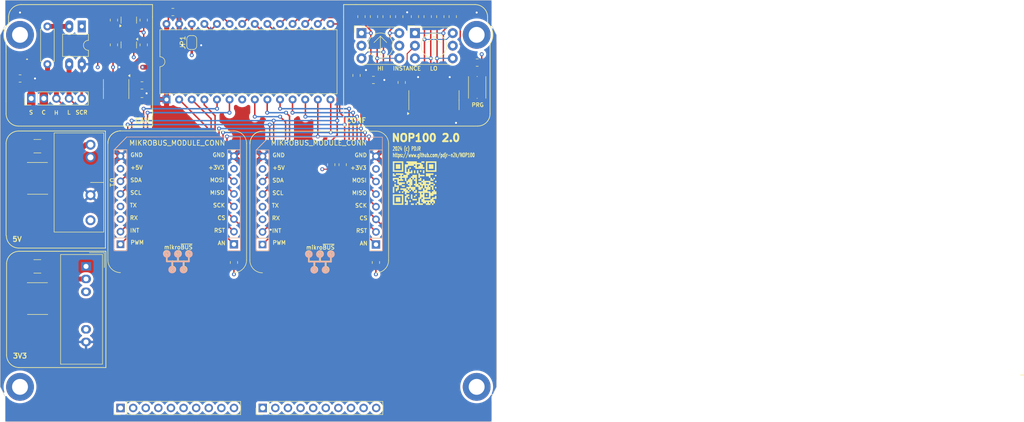
<source format=kicad_pcb>
(kicad_pcb (version 20221018) (generator pcbnew)
  (title_block (title "SIM108 - NMEA 2000 Switch Input Module") (date "2020-09-16") (rev "221101") (company "PDJR <preeve@pdjr.eu>"))
  (layers (0 "F.Cu" mixed) (1 "In1.Cu" signal) (2 "In2.Cu" signal) (31 "B.Cu" mixed) (35 "F.Paste" user) (37 "F.SilkS" user "F.Silkscreen") (38 "B.Mask" user) (39 "F.Mask" user) (44 "Edge.Cuts" user))
  (net 0 "")
  (net 1 "GND")
  (net 2 "+5V")
  (net 3 "/CAN_TX")
  (net 4 "/CAN_RX")
  (net 5 "/PRG_LED")
  (net 6 "+3V3")
  (net 7 "Net-(U1-+VIN)")
  (net 8 "/EN0")
  (net 9 "/RST0")
  (net 10 "/EN1")
  (net 11 "/PISO_DATA")
  (net 12 "/PISO_CLOCK")
  (net 13 "/PISO_LATCH")
  (net 15 "Net-(HI1-D0)")
  (net 16 "Net-(HI1-D1)")
  (net 17 "Net-(HI1-D2)")
  (net 18 "Net-(HI1-D3)")
  (net 19 "Net-(LO1-D0)")
  (net 20 "Net-(LO1-D1)")
  (net 21 "Net-(LO1-D2)")
  (net 22 "Net-(LO1-D3)")
  (net 23 "/CS1")
  (net 24 "/CS0")
  (net 25 "/SCK")
  (net 26 "/PRG_BUTTON")
  (net 27 "/MOSI")
  (net 28 "/MISO")
  (net 29 "/RST1")
  (net 31 "/SDA")
  (net 32 "/SCL")
  (net 36 "/INT0")
  (net 37 "/PWM0")
  (net 40 "Net-(D1-K)")
  (net 41 "/CAN_LED")
  (net 42 "Net-(J1-Pin_1)")
  (net 43 "Net-(J1-Pin_2)")
  (net 44 "Net-(J1-Pin_3)")
  (net 45 "Net-(J1-Pin_4)")
  (net 46 "Net-(J1-Pin_5)")
  (net 47 "Net-(Q1-D)")
  (net 48 "Net-(Q2-D)")
  (net 49 "Net-(U2-Rs)")
  (net 51 "Net-(D2-K)")
  (net 52 "Net-(R6-Pad2)")
  (net 53 "/INT1")
  (net 54 "/PWM1")
  (net 56 "Net-(JP1-B)")
  (net 57 "Net-(U6-+VIN)")
  (footprint "MountingHole:MountingHole_3.2mm_M3_DIN965_Pad_TopBottom" (layer "F.Cu") (at 46 -35.5)
    (fp_text reference "REF**" hide)
    (fp_text value "MountingHole_3.2mm_M3_DIN965_Pad_TopBottom" hide)
  )
  (footprint "MountingHole:MountingHole_3.2mm_M3_DIN965_Pad_TopBottom" (layer "F.Cu") (at -46 -35.5)
    (fp_text reference "REF**" hide)
    (fp_text value "MountingHole_3.2mm_M3_DIN965_Pad_TopBottom" hide)
  )
  (footprint "MountingHole:MountingHole_3.2mm_M3_DIN965_Pad_TopBottom" (layer "F.Cu") (at -46 35.5)
    (fp_text reference "REF**" hide)
    (fp_text value "MountingHole_3.2mm_M3_DIN965_Pad_TopBottom" hide)
  )
  (footprint "MountingHole:MountingHole_3.2mm_M3_DIN965_Pad_TopBottom" (layer "F.Cu") (at 46 35.5)
    (fp_text reference "REF**" hide)
    (fp_text value "MountingHole_3.2mm_M3_DIN965_Pad_TopBottom" hide)
  )
  (footprint "Resistor_SMD:R_0805_2012Metric" (layer "F.Cu") (at -2.9 10.4125 90)
    (fp_text reference "R21" hide)
    (fp_text value "100K 0.125W" hide)
  )
  (footprint "pdjr:Nidec_Copal_SH-7010C" (layer "F.Cu") (at 22.79 -35.85)
    (fp_text reference "HI1" hide)
    (fp_text value "SW_Coded" hide)
  )
  (footprint "LOGO" (layer "F.Cu") (at 33.5 -5.6)
    (fp_text reference "G***" hide)
    (fp_text value "LOGO" hide)
  )
  (footprint "Resistor_SMD:R_0805_2012Metric" (layer "F.Cu") (at -21.43 -22.11 180)
    (fp_text reference "R5" hide)
    (fp_text value "4K7 0.125W" hide)
  )
  (footprint "pdjr:Nidec_Copal_SH-7010C" (layer "F.Cu") (at 33.56 -35.85)
    (fp_text reference "LO1" hide)
    (fp_text value "SW_Coded" hide)
  )
  (footprint "Resistor_SMD:R_0805_2012Metric" (layer "F.Cu") (at -21.081 -33.479 90)
    (fp_text reference "R2" hide)
    (fp_text value "10K 0.125W" hide)
  )
  (footprint "Resistor_SMD:R_0805_2012Metric" (layer "F.Cu") (at 16.7 -9.3125 -90)
    (fp_text reference "R19" hide)
    (fp_text value "4K7 0.125W" hide)
  )
  (footprint "Resistor_SMD:R_0805_2012Metric" (layer "F.Cu") (at 30.9 -25.9 -90)
    (fp_text reference "C4" hide)
    (fp_text value "100nF" hide)
  )
  (footprint "Resistor_SMD:R_0805_2012Metric" (layer "F.Cu") (at 33.56 -39.1775 90)
    (fp_text reference "R12" hide)
    (fp_text value "4K7 0.125W" hide)
  )
  (footprint "Package_TO_SOT_SMD:SOT-23" (layer "F.Cu") (at -24.081 -38.479 90)
    (fp_text reference "Q2" hide)
    (fp_text value "BSS138" hide)
  )
  (footprint "Jumper:SolderJumper-2_P1.3mm_Bridged_RoundedPad1.0x1.5mm" (layer "F.Cu") (at -11.4 -33.95 90)
    (fp_text reference "JP1")
    (fp_text value "SolderJumper_2_Open")
  )
  (footprint "pdjr:Murata-MEJ2*" (layer "F.Cu") (at -31.8 -5.72 -90)
    (fp_text reference "U1")
    (fp_text value "MURATA_MEJ2*")
  )
  (footprint "Resistor_SMD:R_0805_2012Metric" (layer "F.Cu") (at -45.981 -26.7 180)
    (fp_text reference "R7" hide)
    (fp_text value "560R" hide)
  )
  (footprint "LED_SMD:LED_Kingbright_APHBM2012_2x1.25mm" (layer "F.Cu") (at -45.981 -30.575 90)
    (fp_text reference "D1" hide)
    (fp_text value "LED" hide)
  )
  (footprint "Resistor_SMD:R_0805_2012Metric" (layer "F.Cu") (at 25.2 -26.4)
    (fp_text reference "R8" hide)
    (fp_text value "560R" hide)
  )
  (footprint "pdjr:TCK_059" (layer "F.Cu") (at -42.5 17.69 180)
    (fp_text reference "L2" hide)
    (fp_text value "500uH" hide)
  )
  (footprint "Resistor_SMD:R_0805_2012Metric" (layer "F.Cu") (at -27.081 -33.479 -90)
    (fp_text reference "R3" hide)
    (fp_text value "10K 0.125W" hide)
  )
  (footprint "Resistor_SMD:R_1210_3225Metric" (layer "F.Cu") (at -42.5 11.2)
    (fp_text reference "C1" hide)
    (fp_text value "330nF" hide)
  )
  (footprint "Package_SO:SOIC-8_3.9x4.9mm_P1.27mm" (layer "F.Cu") (at -26.635 -24.565 -90)
    (fp_text reference "U2" hide)
    (fp_text value "MCP2551-I-P" hide)
  )
  (footprint "Resistor_SMD:R_0805_2012Metric" (layer "F.Cu") (at 38.68 -39.1775 90)
    (fp_text reference "R10" hide)
    (fp_text value "4K7 0.125W" hide)
  )
  (footprint "Package_SO:SO-16_3.9x9.9mm_P1.27mm" (layer "F.Cu") (at 37.395 -22.325 90)
    (fp_text reference "U4")
    (fp_text value "74HC165" hide)
  )
  (footprint "Resistor_THT:R_Axial_DIN0207_L6.3mm_D2.5mm_P7.62mm_Horizontal" (layer "F.Cu") (at -40.481 -29.579 90)
    (fp_text reference "R6" hide)
    (fp_text value "120R 0.5W" hide)
  )
  (footprint "Package_TO_SOT_SMD:SOT-23" (layer "F.Cu") (at -24.081 -33.479 -90)
    (fp_text reference "Q1" hide)
    (fp_text value "BSS138" hide)
  )
  (footprint "Resistor_SMD:R_0805_2012Metric" (layer "F.Cu") (at -21.081 -38.479 -90)
    (fp_text reference "R1" hide)
    (fp_text value "10K 0.125W" hide)
  )
  (footprint "Package_DIP:DIP-28_W15.24mm" (layer "F.Cu") (at -16.48 -22.46 90)
    (fp_text reference "U3" hide)
    (fp_text value "Teensy_4.0")
  )
  (footprint "Connector_PinHeader_2.54mm:PinHeader_1x05_P2.54mm_Vertical" (layer "F.Cu") (at -43.74 -22.67 90)
    (fp_text reference "J1" hide)
    (fp_text value "CAN" hide)
  )
  (footprint "Resistor_SMD:R_0805_2012Metric" (layer "F.Cu") (at 22.79 -39.1775 90)
    (fp_text reference "R13" hide)
    (fp_text value "4K7 0.125W" hide)
  )
  (footprint "Resistor_SMD:R_0805_2012Metric" (layer "F.Cu") (at -21.43 -25.3)
    (fp_text reference "C2" hide)
    (fp_text value "100nF" hide)
  )
  (footprint "Resistor_SMD:R_0805_2012Metric" (layer "F.Cu") (at 30.41 -39.1775 90)
    (fp_text reference "R16" hide)
    (fp_text value "4K7 0.125W" hide)
  )
  (footprint "Converter_DCDC:Converter_DCDC_Murata_NCS1SxxxxSC_THT" (layer "F.Cu") (at -32.7 11.2 -90)
    (fp_text reference "U6" hide)
    (fp_text value "NCS1S1203SC" hide)
  )
  (footprint "Resistor_SMD:R_0805_2012Metric" (layer "F.Cu") (at 46.1 -29.9 180)
    (fp_text reference "R17" hide)
    (fp_text value "4K7 0.125W" hide)
  )
  (footprint "Package_DIP:DIP-4_W7.62mm_LongPads" (layer "F.Cu") (at -33.55 -37.2 -90)
    (fp_text reference "SW1" hide)
    (fp_text value "BUS" hide)
  )
  (footprint "Resistor_SMD:R_0805_2012Metric" (layer "F.Cu") (at 36.13 -39.1775 90)
    (fp_text reference "R11" hide)
    (fp_text value "4K7 0.125W" hide)
  )
  (footprint "plop:MIKROBUS_HOST_CONN" (layer "F.Cu") (at 25.715 6.785 180)
    (fp_text reference "CON2" hide)
    (fp_text value "MIKROBUS_MODULE_CONN")
  )
  (footprint "Resistor_SMD:R_0805_2012Metric" (layer "F.Cu") (at -15.2 -40.1)
    (fp_text reference "C3" hide)
    (fp_text value "100nF" hide)
  )
  (footprint "Resistor_SMD:R_1210_3225Metric" (layer "F.Cu") (at -42.5 -13.04)
    (fp_text reference "C5" hide)
    (fp_text value "10uF" hide)
  )
  (footprint "Resistor_SMD:R_0805_2012Metric" (layer "F.Cu") (at 25.7 10.4125 90)
    (fp_text reference "R20" hide)
    (fp_text value "100K 0.125W" hide)
  )
  (footprint "Resistor_SMD:R_0805_2012Metric" (layer "F.Cu") (at -27.081 -38.479 90)
    (fp_text reference "R4" hide)
    (fp_text value "10K 0.125W" hide)
  )
  (footprint "plop:MIKROBUS_HOST_CONN" (layer "F.Cu") (at -2.9 6.74 180)
    (fp_text reference "CON1" hide)
    (fp_text value "MIKROBUS_MODULE_CONN")
  )
  (footprint "Connector_PinHeader_2.54mm:PinHeader_1x10_P2.54mm_Vertical" (layer "F.Cu") (at 2.9 39.76 90)
    (fp_text reference "REF**" hide)
    (fp_text value "PinHeader_1x10_P2.54mm_Vertical" hide)
  )
  (footprint "pdjr:TCK_059" (layer "F.Cu") (at -42.5 -6.55 180)
    (fp_text reference "L1" hide)
    (fp_text value "22uH" hide)
  )
  (footprint "Resistor_SMD:R_0805_2012Metric" (layer "F.Cu") (at 27.86 -39.1775 90)
    (fp_text reference "R15" hide)
    (fp_text value "4K7 0.125W" hide)
  )
  (footprint "Resistor_SMD:R_0805_2012Metric" (layer "F.Cu") (at 25.31 -39.1775 90)
    (fp_text reference "R14" hide)
    (fp_text value "4K7 0.125W" hide)
  )
  (footprint "Resistor_SMD:R_0805_2012Metric" (layer "F.Cu") (at 41.18 -39.1775 90)
    (fp_text reference "R9" hide)
    (fp_text value "4K7 0.125W" hide)
  )
  (footprint "Resistor_SMD:R_0805_2012Metric" (layer "F.Cu") (at 19 -9.3125 -90)
    (fp_text reference "R18" hide)
    (fp_text value "4K7 0.125W" hide)
  )
  (footprint "Connector_PinHeader_2.54mm:PinHeader_1x10_P2.54mm_Vertical" (layer "F.Cu") (at -25.75 39.76 90)
    (fp_text reference "REF**" hide)
    (fp_text value "PinHeader_1x10_P2.54mm_Vertical" hide)
  )
  (footprint "Button_Switch_SMD:SW_Push_1P1T_NO_Vertical_Wuerth_434133025816" (layer "F.Cu") (at 46.1 -24.9 -90)
    (fp_text reference "SW2" hide)
    (fp_text value "SW_Push" hide)
  )
  (footprint "Resistor_SMD:R_0805_2012Metric" (layer "F.Cu") (at 21.8 -27.3125 90)
    (fp_text reference "D2" hide)
    (fp_text value "LED" hide)
  )
  (gr_arc (start -46.25 7.5) (mid -48.017767 6.767767) (end -48.75 5) (stroke (width 0.15)) (layer "F.SilkS"))
  (gr_line (start 19.2 -41.6) (end 21.7 -41.6) (stroke (width 0.15)) (layer "F.SilkS"))
  (gr_line (start -46.2 31.6) (end -28.7 31.6) (stroke (width 0.15)) (layer "F.SilkS"))
  (gr_line (start -48.3 -37.8) (end -48.3 -39.1) (stroke (width 0.15)) (layer "F.SilkS"))
  (gr_arc (start -48.824127 -33.886213) (mid -49.223911 -35.93174) (end -48.3 -37.8) (stroke (width 0.15)) (layer "F.SilkS"))
  (gr_arc (start -46.2 31.6) (mid -47.967767 30.867767) (end -48.7 29.1) (stroke (width 0.15)) (layer "F.SilkS"))
  (gr_line (start -48.8 -22.1) (end -48.8 -32.1) (stroke (width 0.15)) (layer "F.SilkS"))
  (gr_line (start -48.7 10.6625) (end -48.7 29.1) (stroke (width 0.15)) (layer "F.SilkS"))
  (gr_line (start -28.8 -16.1) (end -28.8 7.5) (stroke (width 0.15)) (layer "F.SilkS"))
  (gr_line (start -31.3 -16.1) (end -28.8 -16.1) (stroke (width 0.15)) (layer "F.SilkS"))
  (gr_line (start -48.8 -19.6) (end -48.8 -22.1) (stroke (width 0.15)) (layer "F.SilkS"))
  (gr_arc (start -48.7 10.6625) (mid -47.967767 8.894733) (end -46.2 8.1625) (stroke (width 0.15)) (layer "F.SilkS"))
  (gr_line (start -19.3 -17.1) (end -21.8 -17.1) (stroke (width 0.15)) (layer "F.SilkS"))
  (gr_line (start -19.3 -19.6) (end -19.3 -17.1) (stroke (width 0.15)) (layer "F.SilkS"))
  (gr_arc (start 48.197923 -37.897735) (mid 48.249492 -37.849421) (end 48.3 -37.8) (stroke (width 0.15)) (layer "F.SilkS"))
  (gr_line (start -19.3 -41.6) (end -21.8 -41.6) (stroke (width 0.15)) (layer "F.SilkS"))
  (gr_arc (start -48.3 -39.1) (mid -47.567767 -40.867767) (end -45.8 -41.6) (stroke (width 0.15)) (layer "F.SilkS"))
  (gr_line (start 46.2 -17.1) (end 21.7 -17.1) (stroke (width 0.15)) (layer "F.SilkS"))
  (gr_line (start 48.2 -38.6) (end 48.197923 -37.897735) (stroke (width 0.15)) (layer "F.SilkS"))
  (gr_line (start -48.8 -13.6) (end -48.8 5) (stroke (width 0.15)) (layer "F.SilkS"))
  (gr_line (start -46.2 8.1625) (end -28.7 8.1625) (stroke (width 0.15)) (layer "F.SilkS"))
  (gr_line (start -19.3 -19.6) (end -19.3 -39.1) (stroke (width 0.15)) (layer "F.SilkS"))
  (gr_line (start 19.2 -17.1) (end 21.7 -17.1) (stroke (width 0.15)) (layer "F.SilkS"))
  (gr_arc (start -46.3 -17.1) (mid -48.067767 -17.832233) (end -48.8 -19.6) (stroke (width 0.15)) (layer "F.SilkS"))
  (gr_line (start -48.824127 -33.886213) (end -48.8 -32.1) (stroke (width 0.15)) (layer "F.SilkS"))
  (gr_line (start -46.25 7.5) (end -28.75 7.5) (stroke (width 0.15)) (layer "F.SilkS"))
  (gr_line (start -45.8 -41.6) (end -21.8 -41.6) (stroke (width 0.15)) (layer "F.SilkS"))
  (gr_line (start 19.2 -19.6) (end 19.2 -17.1) (stroke (width 0.15)) (layer "F.SilkS"))
  (gr_arc (start 48.7 -19.6) (mid 47.967767 -17.832233) (end 46.2 -17.1) (stroke (width 0.15)) (layer "F.SilkS"))
  (gr_arc (start 48.24523 -37.842849) (mid 49.22562 -35.854084) (end 48.7 -33.7) (stroke (width 0.15)) (layer "F.SilkS"))
  (gr_line (start -46.3 -16.1) (end -31.3 -16.1) (stroke (width 0.15)) (layer "F.SilkS"))
  (gr_line (start 155.571 33.114) (end 156.206 33.114) (stroke (width 0.15)) (layer "F.SilkS"))
  (gr_line (start -19.3 -39.1) (end -19.3 -41.6) (stroke (width 0.15)) (layer "F.SilkS"))
  (gr_line (start -28.7 8.1625) (end -28.7 31.6) (stroke (width 0.15)) (layer "F.SilkS"))
  (gr_line (start -21.8 -17.1) (end -46.3 -17.1) (stroke (width 0.15)) (layer "F.SilkS"))
  (gr_line (start 21.7 -41.6) (end 45.7 -41.6) (stroke (width 0.15)) (layer "F.SilkS"))
  (gr_arc (start 45.7 -41.6) (mid 47.467767 -40.867767) (end 48.2 -39.1) (stroke (width 0.15)) (layer "F.SilkS"))
  (gr_line (start 48.7 -19.6) (end 48.7 -33.7) (stroke (width 0.15)) (layer "F.SilkS"))
  (gr_line (start 19.2 -39.1) (end 19.2 -41.6) (stroke (width 0.15)) (layer "F.SilkS"))
  (gr_arc (start -48.8 -13.6) (mid -48.067767 -15.367767) (end -46.3 -16.1) (stroke (width 0.15)) (layer "F.SilkS"))
  (gr_line (start 48.2 -39.1) (end 48.2 -38.6) (stroke (width 0.15)) (layer "F.SilkS"))
  (gr_line (start 19.2 -39.1) (end 19.2 -19.6) (stroke (width 0.15)) (layer "F.SilkS"))
  (gr_line (start -48.981 -42.48) (end 49.019 -42.479) (stroke (width 0.1)) (layer "Edge.Cuts"))
  (gr_line (start 50.019 -35.479) (end 50.019 35.521) (stroke (width 0.1)) (layer "Edge.Cuts"))
  (gr_line (start -49.981 35.521) (end -49.981 -35.479) (stroke (width 0.1)) (layer "Edge.Cuts"))
  (gr_line (start -48.981 42.521) (end 49.019 42.521) (stroke (width 0.1)) (layer "Edge.Cuts"))
  (gr_line (start 50.019 -35.479) (end 49.019 -37.479) (stroke (width 0.1)) (layer "Edge.Cuts"))
  (gr_line (start -48.981 37.521) (end -48.981 42.521) (stroke (width 0.1)) (layer "Edge.Cuts"))
  (gr_line (start 49.019 -37.479) (end 49.019 -42.479) (stroke (width 0.1)) (layer "Edge.Cuts"))
  (gr_line (start -49.981 -35.479) (end -48.981 -37.479) (stroke (width 0.1)) (layer "Edge.Cuts"))
  (gr_line (start -49.981 35.521) (end -48.981 37.521) (stroke (width 0.1)) (layer "Edge.Cuts"))
  (gr_line (start 49.019 37.521) (end 49.019 42.521) (stroke (width 0.1)) (layer "Edge.Cuts"))
  (gr_line (start 50.019 35.521) (end 49.019 37.521) (stroke (width 0.1)) (layer "Edge.Cuts"))
  (gr_line (start -48.981 -37.479) (end -48.981 -42.479) (stroke (width 0.1)) (layer "Edge.Cuts"))
  (gr_text "C" (at -41.23 -19.85) (layer "F.SilkS") (effects (font (size 0.8 0.8) (thickness 0.15) bold)))
  (gr_text "S" (at -43.77 -19.85) (layer "F.SilkS") (effects (font (size 0.8 0.8) (thickness 0.15) bold)))
  (gr_text "L" (at -36.15 -19.85) (layer "F.SilkS") (effects (font (size 0.8 0.8) (thickness 0.15) bold)))
  (gr_text "SCR" (at -33.61 -19.85) (layer "F.SilkS") (effects (font (size 0.8 0.8) (thickness 0.15) bold)))
  (gr_text "H" (at -38.69 -19.85 180) (layer "F.SilkS") (effects (font (size 0.8 0.8) (thickness 0.15) bold)))
  (gr_text "LO" (at 37.35 -28.25) (layer "F.SilkS") (effects (font (size 0.8 0.8) (thickness 0.15) bold) (justify bottom)))
  (gr_text "NOP100 2.0" (at 28.7 -15.6) (layer "F.SilkS") (effects (font (size 1.5 1.5) (thickness 0.375) bold) (justify left top)))
  (gr_text "CONF" (at 19.6 -17.65) (layer "F.SilkS") (effects (font (size 1 1) (thickness 0.2) bold) (justify left bottom)))
  (gr_text "INSTANCE" (at 31.95 -28.25) (layer "F.SilkS") (effects (font (size 0.8 0.8) (thickness 0.15) bold) (justify bottom)))
  (gr_text "5V" (at -45.55 6.3) (layer "F.SilkS") (effects (font (size 1 1) (thickness 0.2) bold) (justify right bottom)))
  (gr_text "HI" (at 26.6 -28.25) (layer "F.SilkS") (effects (font (size 0.8 0.8) (thickness 0.15) bold) (justify bottom)))
  (gr_text "3V3" (at -44.5 29.8375) (layer "F.SilkS") (effects (font (size 1 1) (thickness 0.2) bold) (justify right bottom)))
  (gr_text "2024 (c) PDJR\nhttps://www.github.com/pdjr-n2k/NOP100" (at 29 -13) (layer "F.SilkS") (effects (font (size 0.8 0.5) (thickness 0.125)) (justify left top)))
  (gr_text "CAN" (at -19.8 -17.6) (layer "F.SilkS") (effects (font (size 1 1) (thickness 0.2) bold) (justify right bottom)))
  (gr_text "PRG" (at 46.2 -20.9) (layer "F.SilkS") (effects (font (size 0.8 0.8) (thickness 0.15) bold) (justify bottom)))
  (segment (start -13.9 -37.66) (end -13.94 -37.7) (width 0.5) (layer "F.Cu") (net 1))
  (segment (start 40.57 -26.979) (end 45.021 -26.979) (width 0.3) (layer "F.Cu") (net 1))
  (segment (start -25.9765 -27.9) (end -25.9875 -27.911) (width 0.2) (layer "F.Cu") (net 1))
  (segment (start 32 -40.05) (end 33.56 -40.05) (width 0.3) (layer "F.Cu") (net 1))
  (segment (start 33.575 -40.0645) (end 36.115 -40.0645) (width 0.3) (layer "F.Cu") (net 1))
  (segment (start 26.1125 -26.4) (end 27.4 -26.4) (width 0.3) (layer "F.Cu") (net 1))
  (segment (start 41.84 -17.75) (end 41.84 -19.75) (width 0.3) (layer "F.Cu") (net 1))
  (segment (start 45.021 -26.979) (end 45.025 -26.975) (width 0.2) (layer "F.Cu") (net 1))
  (segment (start 30.46 -40.05) (end 30.43 -40.08) (width 0.2) (layer "F.Cu") (net 1))
  (segment (start 45.025 -26.975) (end 45.025 -22.85) (width 0.3) (layer "F.Cu") (net 1))
  (segment (start -14.2875 -40.1) (end -14.2875 -38.0475) (width 0.3) (layer "F.Cu") (net 1))
  (segment (start 33.56 -40.05) (end 33.58 -40.07) (width 0.2) (layer "F.Cu") (net 1))
  (segment (start -20.5 -25.3) (end -20.5 -23.7) (width 0.3) (layer "F.Cu") (net 1))
  (segment (start 36.115 -40.0645) (end 38.655 -40.0645) (width 0.3) (layer "F.Cu") (net 1))
  (segment (start 31.5 -23.6) (end 34 -23.6) (width 0.3) (layer "F.Cu") (net 1))
  (segment (start 34.22 -26.959) (end 34.2 -26.979) (width 0.2) (layer "F.Cu") (net 1))
  (segment (start 40.57 -24.9) (end 40.57 -26.979) (width 0.3) (layer "F.Cu") (net 1))
  (segment (start -20.495 -23.695) (end -20.5 -23.7) (width 0.2) (layer "F.Cu") (net 1))
  (segment (start -14.2875 -38.0475) (end -13.94 -37.7) (width 0.3) (layer "F.Cu") (net 1))
  (segment (start 38.655 -40.0645) (end 41.195 -40.0645) (width 0.3) (layer "F.Cu") (net 1))
  (segment (start 30.9 -24.2) (end 31.5 -23.6) (width 0.3) (layer "F.Cu") (net 1))
  (segment (start 32 -40.05) (end 30.46 -40.05) (width 0.3) (layer "F.Cu") (net 1))
  (segment (start 22.78 -40.0645) (end 25.32 -40.0645) (width 0.3) (layer "F.Cu") (net 1))
  (segment (start 34.22 -23.82) (end 34 -23.6) (width 0.3) (layer "F.Cu") (net 1))
  (segment (start 27.86 -40.0645) (end 30.4 -40.0645) (width 0.3) (layer "F.Cu") (net 1))
  (segment (start 34.22 -24.9) (end 34.22 -23.82) (width 0.3) (layer "F.Cu") (net 1))
  (segment (start 30.9 -24.2) (end 30.9 -24.9875) (width 0.3) (layer "F.Cu") (net 1))
  (segment (start 34.22 -24.9) (end 34.22 -26.959) (width 0.3) (layer "F.Cu") (net 1))
  (segment (start -25.988 -28.976) (end -26.011 -28.953) (width 0.2) (layer "F.Cu") (net 1))
  (segment (start -42.981 -26.7) (end -44.981 -26.7) (width 0.3) (layer "F.Cu") (net 1))
  (segment (start -26.011 -28.953) (end -26.011 -27.041) (width 0.3) (layer "F.Cu") (net 1))
  (segment (start -20.495 -22.11) (end -20.495 -23.695) (width 0.3) (layer "F.Cu") (net 1))
  (segment (start 25.32 -40.0645) (end 27.86 -40.0645) (width 0.3) (layer "F.Cu") (net 1))
  (via (at -42.981 -26.7) (size 0.8) (drill 0.4) (layers "F.Cu" "B.Cu") (net 1))
  (via (at 32 -40.05) (size 0.8) (drill 0.4) (layers "F.Cu" "B.Cu") (net 1))
  (via (at 41.84 -17.75) (size 0.8) (drill 0.4) (layers "F.Cu" "B.Cu") (net 1))
  (via (at 4.5 3.8) (size 0.8) (drill 0.4) (layers "F.Cu" "B.Cu") (net 1))
  (via (at 34.2 -26.979) (size 0.8) (drill 0.4) (layers "F.Cu" "B.Cu") (net 1))
  (via (at 23.7 -28.4) (size 0.8) (drill 0.4) (layers "F.Cu" "B.Cu") (net 1))
  (via (at 40.57 -26.979) (size 0.8) (drill 0.4) (layers "F.Cu" "B.Cu") (net 1))
  (via (at 46 -40) (size 0.8) (drill 0.4) (layers "F.Cu" "B.Cu") (net 1))
  (via (at -46 -40) (size 0.8) (drill 0.4) (layers "F.Cu" "B.Cu") (net 1))
  (via (at -20.5 -23.7) (size 0.8) (drill 0.4) (layers "F.Cu" "B.Cu") (net 1))
  (via (at 27.4 -26.4) (size 0.8) (drill 0.4) (layers "F.Cu" "B.Cu") (net 1))
  (via (at -25.988 -28.976) (size 0.8) (drill 0.4) (layers "F.Cu" "B.Cu") (net 1))
  (segment (start -16.45 -37.67) (end -16.48 -37.7) (width 1) (layer "F.Cu") (net 2))
  (segment (start -27.281 -27.041) (end -27.275 -27.035) (width 0.5) (layer "F.Cu") (net 2))
  (segment (start -27.275 -25.825) (end -27.075 -25.625) (width 0.5) (layer "F.Cu") (net 2))
  (segment (start -16.1125 -38.0675) (end -16.48 -37.7) (width 0.3) (layer "F.Cu") (net 2))
  (segment (start -16.1125 -40.1) (end -16.1125 -38.0675) (width 0.3) (layer "F.Cu") (net 2))
  (segment (start -16.45 -33.5) (end -16.45 -37.67) (width 1) (layer "F.Cu") (net 2))
  (segment (start -27.275 -27.035) (end -27.275 -25.825) (width 0.5) (layer "F.Cu") (net 2))
  (segment (start -22.325 -25.3) (end -26.75 -25.3) (width 0.5) (layer "F.Cu") (net 2))
  (segment (start -30.34 -28.97) (end -30.34 -37.16) (width 0.3) (layer "F.Cu") (net 2))
  (segment (start -30.34 -37.16) (end -28.1085 -39.3915) (width 0.3) (layer "F.Cu") (net 2))
  (segment (start -27.258 -27.064) (end -27.281 -27.041) (width 0.2) (layer "F.Cu") (net 2))
  (segment (start -16.45 -31.1096) (end -16.45 -33.5) (width 1) (layer "F.Cu") (net 2))
  (segment (start -21.3144 -28.976) (end -18.5836 -28.976) (width 1) (layer "F.Cu") (net 2))
  (segment (start -18.5836 -28.976) (end -16.45 -31.1096) (width 1) (layer "F.Cu") (net 2))
  (segment (start -27.075 -25.625) (end -26.75 -25.3) (width 0.5) (layer "F.Cu") (net 2))
  (segment (start -26.9755 -32.532) (end -26.974 -32.5305) (width 0.2) (layer "F.Cu") (net 2))
  (segment (start -27.258 -28.976) (end -27.258 -31.4144) (width 0.3) (layer "F.Cu") (net 2))
  (segment (start -27.258 -28.976) (end -27.258 -27.064) (width 0.3) (layer "F.Cu") (net 2))
  (segment (start -28.1085 -39.3915) (end -27.081 -39.3915) (width 0.3) (layer "F.Cu") (net 2))
  (segment (start -27.081 -32.5665) (end -27.081 -31.5914) (width 0.3) (layer "F.Cu") (net 2))
  (segment (start -27.081 -31.5914) (end -27.258 -31.4144) (width 0.3) (layer "F.Cu") (net 2))
  (via (at -21.3144 -28.976) (size 0.8) (drill 0.4) (layers "F.Cu" "B.Cu") (net 2))
  (via (at -30.34 -28.97) (size 0.8) (drill 0.4) (layers "F.Cu" "B.Cu") (net 2))
  (via (at -27.258 -28.976) (size 0.8) (drill 0.4) (layers "F.Cu" "B.Cu") (net 2))
  (segment (start -12.793988 -27.3) (end -22.2 -27.3) (width 0.3) (layer "F.Cu") (net 3))
  (segment (start -7.3 -32.793988) (end -12.793988 -27.3) (width 0.3) (layer "F.Cu") (net 3))
  (segment (start -22.22 -33.02) (end -22.22 -35.3) (width 0.3) (layer "F.Cu") (net 3))
  (segment (start -21.081 -32.5665) (end -21.7665 -32.5665) (width 0.3) (layer "F.Cu") (net 3))
  (segment (start -7.3 -36.72) (end -7.3 -32.793988) (width 0.3) (layer "F.Cu") (net 3))
  (segment (start -21.7665 -32.5665) (end -22.22 -33.02) (width 0.3) (layer "F.Cu") (net 3))
  (segment (start -22.2 -27.3) (end -22.9 -28) (width 0.3) (layer "F.Cu") (net 3))
  (segment (start -22.22 -35.3) (end -22.62 -35.7) (width 0.3) (layer "F.Cu") (net 3))
  (segment (start -25.031 -35.309) (end -25.031 -34.4165) (width 0.3) (layer "F.Cu") (net 3))
  (segment (start -21.081 -31.819) (end -21.081 -32.5665) (width 0.3) (layer "F.Cu") (net 3))
  (segment (start -22.9 -28) (end -22.9 -30) (width 0.3) (layer "F.Cu") (net 3))
  (segment (start -22.62 -35.7) (end -24.64 -35.7) (width 0.3) (layer "F.Cu") (net 3))
  (segment (start -6.32 -37.7) (end -7.3 -36.72) (width 0.3) (layer "F.Cu") (net 3))
  (segment (start -24.64 -35.7) (end -25.031 -35.309) (width 0.3) (layer "F.Cu") (net 3))
  (segment (start -22.9 -30) (end -21.081 -31.819) (width 0.3) (layer "F.Cu") (net 3))
  (segment (start -21.081 -39.3915) (end -20.2835 -39.3915) (width 0.3) (layer "F.Cu") (net 4))
  (segment (start -20.2835 -39.3915) (end -19.892 -39) (width 0.3) (layer "F.Cu") (net 4))
  (segment (start -7.9 -33.1) (end -7.9 -36.74) (width 0.3) (layer "F.Cu") (net 4))
  (segment (start -22.3 -28.4) (end -21.8 -27.9) (width 0.3) (layer "F.Cu") (net 4))
  (segment (start -13.1 -27.9) (end -7.9 -33.1) (width 0.3) (layer "F.Cu") (net 4))
  (segment (start -21.8 -30.1) (end -19.898265 -32.001735) (width 0.3) (layer "F.Cu") (net 4))
  (segment (start -22.3 -29.6) (end -22.3 -28.4) (width 0.3) (layer "F.Cu") (net 4))
  (segment (start -21.281 -39.3915) (end -23.131 -37.5415) (width 0.3) (layer "F.Cu") (net 4))
  (segment (start -21.8 -27.9) (end -13.1 -27.9) (width 0.3) (layer "F.Cu") (net 4))
  (segment (start -7.9 -36.74) (end -8.86 -37.7) (width 0.3) (layer "F.Cu") (net 4))
  (segment (start -19.898265 -32.001735) (end -19.898265 -32.5) (width 0.3) (layer "F.Cu") (net 4))
  (segment (start -21.8 -30.1) (end -22.3 -29.6) (width 0.3) (layer "F.Cu") (net 4))
  (segment (start -19.892 -39) (end -19.898265 -32.5) (width 0.3) (layer "F.Cu") (net 4))
  (segment (start -21.081 -39.3915) (end -21.281 -39.3915) (width 0.2) (layer "F.Cu") (net 4))
  (segment (start 21.8 -29) (end 20.9 -29.9) (width 0.3) (layer "F.Cu") (net 5))
  (segment (start 20.9 -40) (end 20.9 -30.1) (width 0.3) (layer "F.Cu") (net 5))
  (segment (start 20.9 -29.9) (end 20.9 -30.1) (width 0.3) (layer "F.Cu") (net 5))
  (segment (start 6.38 -37.7) (end 9.18 -40.5) (width 0.3) (layer "F.Cu") (net 5))
  (segment (start 9.18 -40.5) (end 20.4 -40.5) (width 0.3) (layer "F.Cu") (net 5))
  (segment (start 21.8 -29) (end 21.8 -28.225) (width 0.3) (layer "F.Cu") (net 5))
  (segment (start 20.9 -40) (end 20.4 -40.5) (width 0.3) (layer "F.Cu") (net 5))
  (segment (start -21.081 -35.979) (end -21.081 -34.3915) (width 0.3) (layer "F.Cu") (net 6))
  (segment (start -23.081 -30.979) (end -23.081 -34.3665) (width 0.3) (layer "F.Cu") (net 6))
  (segment (start -9.6 -33.3) (end -9.5 -33.4) (width 0.5) (layer "F.Cu") (net 6))
  (segment (start -21.302 -36.2) (end -24.6 -36.2) (width 0.3) (layer "F.Cu") (net 6))
  (segment (start 33.195 -32.68) (end 33.135 -32.62) (width 0.2) (layer "F.Cu") (net 6))
  (segment (start -21.081 -35.979) (end -21.302 -36.2) (width 0.3) (layer "F.Cu") (net 6))
  (segment (start 32 -31.7) (end 32 -27.929) (width 0.2) (layer "F.Cu") (net 6))
  (segment (start -13.3 -33.4) (end -13.2 -33.3) (width 0.5) (layer "F.Cu") (net 6))
  (segment (start -21.081 -35.979) (end -21.081 -37.5665) (width 0.3) (layer "F.Cu") (net 6))
  (segment (start -11.4 -33.3) (end -11.4 -31.4) (width 0.5) (layer "F.Cu") (net 6))
  (segment (start -2.9 11.325) (end -2.9 12.8) (width 0.3) (layer "F.Cu") (net 6))
  (segment (start -13.2 -33.3) (end -11.4 -33.3) (width 0.5) (layer "F.Cu") (net 6))
  (segment (start -11.4 -33.3) (end -9.6 -33.3) (width 0.5) (layer "F.Cu") (net 6))
  (segment (start 33.135 -32.62) (end 33.135 -32.6) (width 0.2) (layer "F.Cu") (net 6))
  (segment (start -23.081 -34.3665) (end -23.131 -34.4165) (width 0.2) (layer "F.Cu") (net 6))
  (segment (start 40.695 -32.68) (end 40.755 -32.62) (width 0.2) (layer "F.Cu") (net 6))
  (segment (start 31.0665 -26.979) (end 30.9 -26.8125) (width 0.2) (layer "F.Cu") (net 6))
  (segment (start 16.7 -8.4) (end 19 -8.4) (width 0.2) (layer "F.Cu") (net 6))
  (segment (start -24.7 -36.3) (end -25.031 -36.631) (width 0.3) (layer "F.Cu") (net 6))
  (segment (start 14.9 -8.4) (end 16.7 -8.4) (width 0.2) (layer "F.Cu") (net 6))
  (segment (start 33.56 -33.31) (end 33.56 -33.26) (width 0.2) (layer "F.Cu") (net 6))
  (segment (start 32.8125 -24.9) (end 30.9 -26.8125) (width 0.3) (layer "F.Cu") (net 6))
  (segment (start 32 -27.929) (end 32.95 -26.979) (width 0.2) (layer "F.Cu") (net 6))
  (segment (start -21.174 -36.2016) (end -21.162 -36.1896) (width 0.2) (layer "F.Cu") (net 6))
  (segment (start -24.6 -36.2) (end -24.7 -36.3) (width 0.3) (layer "F.Cu") (net 6))
  (segment (start -25.031 -36.631) (end -25.031 -37.5415) (width 0.3) (layer "F.Cu") (net 6))
  (segment (start 32.95 -24.9) (end 32.8125 -24.9) (width 0.2) (layer "F.Cu") (net 6))
  (segment (start 33.56 -33.26) (end 32 -31.7) (width 0.2) (layer "F.Cu") (net 6))
  (segment (start 32.8625 -24.9875) (end 32.95 -24.9) (width 0.2) (layer "F.Cu") (net 6))
  (segment (start 25.7 11.325) (end 25.7 12.8) (width 0.3) (layer "F.Cu") (net 6))
  (segment (start 32.95 -26.979) (end 32.95 -24.9) (width 0.2) (layer "F.Cu") (net 6))
  (segment (start 47.0125 -31.6) (end 47.0125 -29.9) (width 0.3) (layer "F.Cu") (net 6))
  (via (at -21.081 -35.979) (size 0.8) (drill 0.4) (layers "F.Cu" "B.Cu") (net 6))
  (via (at 25.7 12.8) (size 0.8) (drill 0.4) (layers "F.Cu" "B.Cu") (net 6))
  (via (at -2.9 12.8) (size 0.8) (drill 0.4) (layers "F.Cu" "B.Cu") (net 6))
  (via (at -23.081 -30.979) (size 0.8) (drill 0.4) (layers "F.Cu" "B.Cu") (net 6))
  (via (at 47.0125 -31.6) (size 0.8) (drill 0.4) (layers "F.Cu" "B.Cu") (net 6))
  (via (at -9.5 -33.4) (size 0.8) (drill 0.4) (layers "F.Cu" "B.Cu") (net 6))
  (via (at -11.4 -31.4) (size 0.8) (drill 0.4) (layers "F.Cu" "B.Cu") (net 6))
  (via (at 14.9 -8.4) (size 0.8) (drill 0.4) (layers "F.Cu" "B.Cu") (net 6))
  (via (at -13.3 -33.4) (size 0.8) (drill 0.4) (layers "F.Cu" "B.Cu") (net 6))
  (segment (start -39.55 -6.55) (end -40.1 -6.55) (width 1) (layer "F.Cu") (net 7))
  (segment (start -32.76 -13.34) (end -39.55 -6.55) (width 1) (layer "F.Cu") (net 7))
  (segment (start -31.8 -13.34) (end -32.76 -13.34) (width 1) (layer "F.Cu") (net 7))
  (segment (start -13.94 -22.46) (end -8.3 -16.82) (width 0.3) (layer "F.Cu") (net 8))
  (segment (start -8.3 -16.82) (end -8.3 1.34) (width 0.3) (layer "F.Cu") (net 8))
  (segment (start -8.3 1.34) (end -2.9 6.74) (width 0.3) (layer "F.Cu") (net 8))
  (segment (start -7.5 -18.56) (end -7.5 -0.4) (width 0.3) (layer "F.Cu") (net 9))
  (segment (start -11.4 -22.46) (end -7.5 -18.56) (width 0.3) (layer "F.Cu") (net 9))
  (segment (start -7.5 -0.4) (end -2.9 4.2) (width 0.3) (layer "F.Cu") (net 9))
  (segment (start 20.3 1.2) (end 20.3 -20.6) (width 0.3) (layer "F.Cu") (net 10))
  (segment (start 25.715 6.785) (end 25.73 6.8) (width 0.25) (layer "F.Cu") (net 10))
  (segment (start 20.3 1.37) (end 25.715 6.785) (width 0.3) (layer "F.Cu") (net 10))
  (segment (start 25.715 6.785) (end 25.7 6.8) (width 0.2) (layer "F.Cu") (net 10))
  (segment (start 6.4 -20.6) (end 6.38 -22.46) (width 0.3) (layer "F.Cu") (net 10))
  (segment (start 20.3 1.2) (end 20.3 1.37) (width 0.3) (layer "F.Cu") (net 10))
  (via (at 20.3 -20.6) (size 0.8) (drill 0.4) (layers "F.Cu" "B.Cu") (net 10))
  (via (at 6.4 -20.6) (size 0.8) (drill 0.4) (layers "F.Cu" "B.Cu") (net 10))
  (segment (start 6.4 -20.6) (end 20.3 -20.6) (width 0.3) (layer "B.Cu") (net 10))
  (segment (start 40.57 -19.75) (end 40.57 -18.67) (width 0.3) (layer "F.Cu") (net 11))
  (segment (start 26.2 -24) (end 19.9 -24) (width 0.3) (layer "F.Cu") (net 11))
  (segment (start 19.4 -38.6) (end 19 -39) (width 0.3) (layer "F.Cu") (net 11))
  (segment (start 40.57 -18.67) (end 40.2 -18.3) (width 0.3) (layer "F.Cu") (net 11))
  (segment (start 26.7 -18.8) (end 26.7 -23.5) (width 0.3) (layer "F.Cu") (net 11))
  (segment (start 26.7 -23.5) (end 26.2 -24) (width 0.3) (layer "F.Cu") (net 11))
  (segment (start 19 -39) (end 15.3 -39) (width 0.3) (layer "F.Cu") (net 11))
  (segment (start 19.9 -24) (end 19.4 -24.5) (width 0.3) (layer "F.Cu") (net 11))
  (segment (start 27.2 -18.3) (end 26.7 -18.8) (width 0.3) (layer "F.Cu") (net 11))
  (segment (start 19.4 -24.5) (end 19.4 -38.6) (width 0.3) (layer "F.Cu") (net 11))
  (segment (start 40.2 -18.3) (end 27.2 -18.3) (width 0.3) (layer "F.Cu") (net 11))
  (segment (start 15.3 -39) (end 14 -37.7) (width 0.3) (layer "F.Cu") (net 11))
  (segment (start 27.2 -25) (end 20.9 -25) (width 0.3) (layer "F.Cu") (net 12))
  (segment (start 27.7 -21.6) (end 27.7 -24.5) (width 0.3) (layer "F.Cu") (net 12))
  (segment (start 27.7 -24.5) (end 27.2 -25) (width 0.3) (layer "F.Cu") (net 12))
  (segment (start 19.9 -40) (end 11.22 -40) (width 0.3) (layer "F.Cu") (net 12))
  (segment (start 20.4 -39.5) (end 19.9 -40) (width 0.3) (layer "F.Cu") (net 12))
  (segment (start 20.4 -25.5) (end 20.4 -39.5) (width 0.3) (layer "F.Cu") (net 12))
  (segment (start 33.7 -21.1) (end 28.2 -21.1) (width 0.3) (layer "F.Cu") (net 12))
  (segment (start 34.22 -20.58) (end 33.7 -21.1) (width 0.3) (layer "F.Cu") (net 12))
  (segment (start 28.2 -21.1) (end 27.7 -21.6) (width 0.3) (layer "F.Cu") (net 12))
  (segment (start 34.22 -19.75) (end 34.22 -20.58) (width 0.3) (layer "F.Cu") (net 12))
  (segment (start 20.9 -25) (end 20.4 -25.5) (width 0.3) (layer "F.Cu") (net 12))
  (segment (start 11.22 -40) (end 8.92 -37.7) (width 0.3) (layer "F.Cu") (net 12))
  (segment (start 27.2 -24) (end 26.7 -24.5) (width 0.3) (layer "F.Cu") (net 13))
  (segment (start 27.7 -19.8) (end 27.2 -20.3) (width 0.3) (layer "F.Cu") (net 13))
  (segment (start 32.9 -19.8) (end 27.7 -19.8) (width 0.3) (layer "F.Cu") (net 13))
  (segment (start 19.9 -39) (end 19.4 -39.5) (width 0.3) (layer "F.Cu") (net 13))
  (segment (start 26.7 -24.5) (end 20.4 -24.5) (width 0.3) (layer "F.Cu") (net 13))
  (segment (start 32.9 -19.8) (end 32.95 -19.75) (width 0.2) (layer "F.Cu") (net 13))
  (segment (start 13.26 -39.5) (end 11.46 -37.7) (width 0.3) (layer "F.Cu") (net 13))
  (segment (start 19.4 -39.5) (end 13.26 -39.5) (width 0.3) (layer "F.Cu") (net 13))
  (segment (start 20.4 -24.5) (end 19.9 -25) (width 0.3) (layer "F.Cu") (net 13))
  (segment (start 27.2 -20.3) (end 27.2 -24) (width 0.3) (layer "F.Cu") (net 13))
  (segment (start 19.9 -25) (end 19.9 -39) (width 0.3) (layer "F.Cu") (net 13))
  (segment (start 24.685 -35.85) (end 24.685 -28.115) (width 0.3) (layer "F.Cu") (net 15))
  (segment (start 24.685 -36.3345) (end 24.685 -35.85) (width 0.3) (layer "F.Cu") (net 15))
  (segment (start 25.1 -27.7) (end 27.7 -27.7) (width 0.3) (layer "F.Cu") (net 15))
  (segment (start 28.7 -21.6) (end 28.2 -22.1) (width 0.3) (layer "F.Cu") (net 15))
  (segment (start 35.49 -19.75) (end 35.49 -21.09) (width 0.3) (layer "F.Cu") (net 15))
  (segment (start 28.2 -22.1) (end 28.2 -27.2) (width 0.3) (layer "F.Cu") (net 15))
  (segment (start 24.7 -35.835) (end 24.685 -35.85) (width 0.25) (layer "F.Cu") (net 15))
  (segment (start 34.98 -21.6) (end 28.7 -21.6) (width 0.3) (layer "F.Cu") (net 15))
  (segment (start 27.7 -27.7) (end 28.2 -27.2) (width 0.3) (layer "F.Cu") (net 15))
  (segment (start 35.49 -21.09) (end 34.98 -21.6) (width 0.3) (layer "F.Cu") (net 15))
  (segment (start 22.78 -38.2395) (end 24.685 -36.3345) (width 0.3) (layer "F.Cu") (net 15))
  (segment (start 24.685 -28.115) (end 25.1 -27.7) (width 0.3) (layer "F.Cu") (net 15))
  (via (at 24.685 -35.85) (size 0.8) (drill 0.4) (layers "F.Cu" "B.Cu") (remove_unused_layers) (net 15))
  (segment (start 22.78 -35.85) (end 24.685 -35.85) (width 0.2) (layer "B.Cu") (net 15))
  (segment (start 25.32 -38.2395) (end 25.955 -37.6045) (width 0.3) (layer "F.Cu") (net 16))
  (segment (start 26.4 -28.2) (end 25.955 -28.645) (width 0.3) (layer "F.Cu") (net 16))
  (segment (start 36.76 -21.64) (end 36.3 -22.1) (width 0.3) (layer "F.Cu") (net 16))
  (segment (start 28.2 -28.2) (end 26.4 -28.2) (width 0.3) (layer "F.Cu") (net 16))
  (segment (start 28.7 -22.6) (end 28.7 -27.7) (width 0.3) (layer "F.Cu") (net 16))
  (segment (start 29.2 -22.1) (end 28.7 -22.6) (width 0.3) (layer "F.Cu") (net 16))
  (segment (start 25.955 -37.6045) (end 25.955 -30.77) (width 0.3) (layer "F.Cu") (net 16))
  (segment (start 25.955 -28.645) (end 25.955 -30.77) (width 0.3) (layer "F.Cu") (net 16))
  (segment (start 36.76 -19.75) (end 36.76 -21.64) (width 0.3) (layer "F.Cu") (net 16))
  (segment (start 28.7 -27.7) (end 28.2 -28.2) (width 0.3) (layer "F.Cu") (net 16))
  (segment (start 36.3 -22.1) (end 29.2 -22.1) (width 0.3) (layer "F.Cu") (net 16))
  (via (at 25.955 -30.77) (size 0.8) (drill 0.4) (layers "F.Cu" "B.Cu") (remove_unused_layers) (net 16))
  (segment (start 30.4 -30.77) (end 25.955 -30.77) (width 0.2) (layer "B.Cu") (net 16))
  (segment (start 28.7 -28.7) (end 29.2 -28.2) (width 0.3) (layer "F.Cu") (net 17))
  (segment (start 38.03 -19.75) (end 38.03 -22.07) (width 0.3) (layer "F.Cu") (net 17))
  (segment (start 38.03 -22.07) (end 37.5 -22.6) (width 0.3) (layer "F.Cu") (net 17))
  (segment (start 27.6 -28.7) (end 28.7 -28.7) (width 0.3) (layer "F.Cu") (net 17))
  (segment (start 29.7 -22.6) (end 29.2 -23.1) (width 0.3) (layer "F.Cu") (net 17))
  (segment (start 27.2 -29.1) (end 27.2 -29.2) (width 0.3) (layer "F.Cu") (net 17))
  (segment (start 27.225 -37.6045) (end 27.225 -32.04) (width 0.3) (layer "F.Cu") (net 17))
  (segment (start 27.225 -32.04) (end 27.2 -29.2) (width 0.3) (layer "F.Cu") (net 17))
  (segment (start 27.86 -38.2395) (end 27.225 -37.6045) (width 0.3) (layer "F.Cu") (net 17))
  (segment (start 29.2 -23.1) (end 29.2 -28.2) (width 0.3) (layer "F.Cu") (net 17))
  (segment (start 27.6 -28.7) (end 27.2 -29.1) (width 0.3) (layer "F.Cu") (net 17))
  (segment (start 37.5 -22.6) (end 29.7 -22.6) (width 0.3) (layer "F.Cu") (net 17))
  (via (at 27.225 -32.04) (size 0.8) (drill 0.4) (layers "F.Cu" "B.Cu") (remove_unused_layers) (net 17))
  (segment (start 24.05 -32.04) (end 22.78 -30.77) (width 0.2) (layer "B.Cu") (net 17))
  (segment (start 27.225 -32.04) (end 24.05 -32.04) (width 0.2) (layer "B.Cu") (net 17))
  (segment (start 29.7 -23.6) (end 30.2 -23.1) (width 0.3) (layer "F.Cu") (net 18))
  (segment (start 28.495 -36.3345) (end 28.495 -35.85) (width 0.3) (layer "F.Cu") (net 18))
  (segment (start 29 -29.2) (end 28.5 -29.7) (width 0.3) (layer "F.Cu") (net 18))
  (segment (start 29.2 -29.2) (end 29.7 -28.7) (width 0.3) (layer "F.Cu") (net 18))
  (segment (start 38.8 -23.1) (end 39.3 -22.6) (width 0.3) (layer "F.Cu") (net 18))
  (segment (start 28.495 -35.85) (end 28.5 -29.8) (width 0.3) (layer "F.Cu") (net 18))
  (segment (start 29.7 -28.7) (end 29.7 -23.6) (width 0.3) (layer "F.Cu") (net 18))
  (segment (start 39.3 -22.6) (end 39.3 -19.75) (width 0.3) (layer "F.Cu") (net 18))
  (segment (start 30.4 -38.2395) (end 28.495 -36.3345) (width 0.3) (layer "F.Cu") (net 18))
  (segment (start 30.2 -23.1) (end 38.8 -23.1) (width 0.3) (layer "F.Cu") (net 18))
  (segment (start 29.2 -29.2) (end 29 -29.2) (width 0.3) (layer "F.Cu") (net 18))
  (segment (start 28.5 -29.7) (end 28.5 -29.8) (width 0.3) (layer "F.Cu") (net 18))
  (via (at 28.495 -35.85) (size 0.8) (drill 0.4) (layers "F.Cu" "B.Cu") (remove_unused_layers) (net 18))
  (segment (start 30.4 -35.85) (end 28.495 -35.85) (width 0.2) (layer "B.Cu") (net 18))
  (segment (start 41.225 -38.235) (end 39.29 -36.3) (width 0.3) (layer "F.Cu") (net 19))
  (segment (start 39.29 -35.85) (end 39.29 -29.5) (width 0.3) (layer "F.Cu") (net 19))
  (segment (start 39.3 -24.9) (end 39.3 -29.49) (width 0.3) (layer "F.Cu") (net 19))
  (segment (start 41.23 -38.235) (end 41.225 -38.235) (width 0.2) (layer "F.Cu") (net 19))
  (segment (start 39.29 -35.85) (end 39.29 -36.3) (width 0.3) (layer "F.Cu") (net 19))
  (segment (start 39.3 -29.49) (end 39.29 -29.5) (width 0.2) (layer "F.Cu") (net 19))
  (via (at 39.29 -35.85) (size 0.8) (drill 0.4) (layers "F.Cu" "B.Cu") (net 19))
  (segment (start 33.175 -35.14) (end 33.155 -35.16) (width 0.2) (layer "B.Cu") (net 19))
  (segment (start 33.155 -35.18) (end 33.135 -35.16) (width 0.2) (layer "B.Cu") (net 19))
  (segment (start 33.575 -35.85) (end 39.29 -35.85) (width 0.2) (layer "B.Cu") (net 19))
  (segment (start 38.02 -37.62) (end 38.02 -30.77) (width 0.3) (layer "F.Cu") (net 20))
  (segment (start 38.655 -38.255) (end 38.02 -37.62) (width 0.3) (layer "F.Cu") (net 20))
  (segment (start 38.03 -24.9) (end 38.03 -30.76) (width 0.3) (layer "F.Cu") (net 20))
  (segment (start 38.03 -30.76) (end 38.02 -30.77) (width 0.2) (layer "F.Cu") (net 20))
  (segment (start 38.66 -38.255) (end 38.655 -38.255) (width 0.2) (layer "F.Cu") (net 20))
  (via (at 38.02 -30.77) (size 0.8) (drill 0.4) (layers "F.Cu" "B.Cu") (net 20))
  (segment (start 41.195 -30.77) (end 38.02 -30.77) (width 0.2) (layer "B.Cu") (net 20))
  (segment (start 36.76 -24.9) (end 36.76 -30.76) (width 0.3) (layer "F.Cu") (net 21))
  (segment (start 36.76 -30.76) (end 36.75 -30.77) (width 0.2) (layer "F.Cu") (net 21))
  (segment (start 36.75 -37.61) (end 36.75 -30.77) (width 0.3) (layer "F.Cu") (net 21))
  (segment (start 36.12 -38.245) (end 36.12 -38.24) (width 0.2) (layer "F.Cu") (net 21))
  (segment (start 36.12 -38.24) (end 36.75 -37.61) (width 0.3) (layer "F.Cu") (net 21))
  (via (at 36.75 -30.77) (size 0.8) (drill 0.4) (layers "F.Cu" "B.Cu") (net 21))
  (segment (start 33.575 -30.77) (end 36.75 -30.77) (width 0.2) (layer "B.Cu") (net 21))
  (segment (start 35.48 -37.28) (end 35.48 -34.58) (width 0.3) (layer "F.Cu") (net 22))
  (segment (start 34.515 -38.245) (end 35.48 -37.28) (width 0.3) (layer "F.Cu") (net 22))
  (segment (start 35.49 -24.9) (end 35.49 -34.57) (width 0.3) (layer "F.Cu") (net 22))
  (segment (start 33.58 -38.245) (end 34.515 -38.245) (width 0.3) (layer "F.Cu") (net 22))
  (segment (start 35.49 -34.57) (end 35.48 -34.58) (width 0.2) (layer "F.Cu") (net 22))
  (via (at 35.48 -34.58) (size 0.8) (drill 0.4) (layers "F.Cu" "B.Cu") (net 22))
  (segment (start 39.925 -34.58) (end 41.195 -35.85) (width 0.2) (layer "B.Cu") (net 22))
  (segment (start 35.48 -34.58) (end 39.925 -34.58) (width 0.2) (layer "B.Cu") (net 22))
  (segment (start 27.2 3.19) (end 27.2 9.1) (width 0.3) (layer "F.Cu") (net 23))
  (segment (start 25.72 1.7) (end 25.715 1.705) (width 0.3) (layer "F.Cu") (net 23))
  (segment (start 25.14 9.54) (end 25.1 9.5) (width 0.2) (layer "F.Cu") (net 23))
  (segment (start 26.8 9.5) (end 25.7 9.5) (width 0.3) (layer "F.Cu") (net 23))
  (segment (start 21.9 -19) (end 21.9 -3.4) (width 0.3) (layer "F.Cu") (net 23))
  (segment (start 11.5 -19) (end 11.5 -21.9) (width 0.3) (layer "F.Cu") (net 23))
  (segment (start 25.715 1.705) (end 21.9 -2.11) (width 0.3) (layer "F.Cu") (net 23))
  (segment (start 21.9 -2.11) (end 21.9 -3.4) (width 0.3) (layer "F.Cu") (net 23))
  (segment (start 27.2 9.1) (end 26.8 9.5) (width 0.3) (layer "F.Cu") (net 23))
  (segment (start 25.715 1.705) (end 27.2 3.19) (width 0.3) (layer "F.Cu") (net 23))
  (segment (start 11.5 -22.5) (end 11.46 -22.46) (width 0.3) (layer "F.Cu") (net 23))
  (via (at 21.9 -19) (size 0.8) (drill 0.4) (layers "F.Cu" "B.Cu") (net 23))
  (via (at 11.5 -19) (size 0.8) (drill 0.4) (layers "F.Cu" "B.Cu") (net 23))
  (segment (start 11.5 -19) (end 21.9 -19) (width 0.3) (layer "B.Cu") (net 23))
  (segment (start -8.9 -21.4) (end -8.9 -22.42) (width 0.3) (layer "F.Cu") (net 24))
  (segment (start -1.8 9.5) (end -2.9 9.5) (width 0.3) (layer "F.Cu") (net 24))
  (segment (start -1.4 9.1) (end -1.8 9.5) (width 0.3) (layer "F.Cu") (net 24))
  (segment (start -8.8 -22.52) (end -8.86 -22.46) (width 0.3) (layer "F.Cu") (net 24))
  (segment (start -6.7 -19.2) (end -6.7 -2.14) (width 0.3) (layer "F.Cu") (net 24))
  (segment (start -8.9 -22.42) (end -8.86 -22.46) (width 0.2) (layer "F.Cu") (net 24))
  (segment (start -6.7 -2.14) (end -2.9 1.66) (width 0.3) (layer "F.Cu") (net 24))
  (segment (start -8.9 -21.4) (end -6.7 -19.2) (width 0.3) (layer "F.Cu") (net 24))
  (segment (start -2.9 1.66) (end -1.4 3.16) (width 0.3) (layer "F.Cu") (net 24))
  (segment (start -2.86 9.54) (end -2.9 9.5) (width 0.3) (layer "F.Cu") (net 24))
  (segment (start -1.4 3.16) (end -1.4 9.1) (width 0.3) (layer "F.Cu") (net 24))
  (segment (start 22.7 -23.1) (end 22.3 -23.5) (width 0.3) (layer "F.Cu") (net 25))
  (segment (start 18.9 -37.3) (end 18.5 -37.7) (width 0.3) (layer "F.Cu") (net 25))
  (segment (start 18.9 -24) (end 18.9 -37.3) (width 0.3) (layer "F.Cu") (net 25))
  (segment (start 22.7 -16.6) (end 22.7 -23.1) (width 0.3) (layer "F.Cu") (net 25))
  (segment (start 22.3 -23.5) (end 19.4 -23.5) (width 0.3) (layer "F.Cu") (net 25))
  (segment (start 18.5 -37.7) (end 16.54 -37.7) (width 0.3) (layer "F.Cu") (net 25))
  (segment (start 18.9 -24) (end 19.4 -23.5) (width 0.3) (layer "F.Cu") (net 25))
  (segment (start 25.715 -0.835) (end 22.7 -3.85) (width 0.3) (layer "F.Cu") (net 25))
  (segment (start -5.9 -3.88) (end -5.9 -16.6) (width 0.3) (layer "F.Cu") (net 25))
  (segment (start -2.9 -0.88) (end -5.9 -3.88) (width 0.3) (layer "F.Cu") (net 25))
  (segment (start 22.7 -16.6) (end 22.7 -5) (width 0.3) (layer "F.Cu") (net 25))
  (segment (start 16.581 -37.715) (end 16.57 -37.715) (width 0.2) (layer "F.Cu") (net 25))
  (segment (start 22.7 -3.85) (end 22.7 -5) (width 0.3) (layer "F.Cu") (net 25))
  (via (at -5.9 -16.6) (size 0.8) (drill 0.4) (layers "F.Cu" "B.Cu") (net 25))
  (via (at 22.7 -16.6) (size 0.8) (drill 0.4) (layers "F.Cu" "B.Cu") (remove_unused_layers) (net 25))
  (segment (start 22.7 -16.6) (end -5.9 -16.6) (width 0.3) (layer "B.Cu") (net 25))
  (segment (start 42.3 -41.5) (end 2.56 -41.5) (width 0.3) (layer "F.Cu") (net 26))
  (segment (start 42.7 -33.59) (end 42.7 -41.1) (width 0.3) (layer "F.Cu") (net 26))
  (segment (start 42.7 -41.1) (end 42.3 -41.5) (width 0.3) (layer "F.Cu") (net 26))
  (segment (start 45.4 -28.4) (end 47 -28.4) (width 0.3) (layer "F.Cu") (net 26))
  (segment (start 45.1875 -31.1025) (end 42.7 -33.59) (width 0.3) (layer "F.Cu") (net 26))
  (segment (start 47 -28.4) (end 47.175 -28.225) (width 0.3) (layer "F.Cu") (net 26))
  (segment (start 47.175 -28.225) (end 47.175 -26.975) (width 0.3) (layer "F.Cu") (net 26))
  (segment (start 45.1875 -29.9) (end 45.1875 -31.1025) (width 0.3) (layer "F.Cu") (net 26))
  (segment (start 47.175 -22.825) (end 47.175 -26.975) (width 0.3) (layer "F.Cu") (net 26))
  (segment (start 2.56 -41.5) (end -1.24 -37.7) (width 0.3) (layer "F.Cu") (net 26))
  (segment (start 45.1875 -28.6125) (end 45.4 -28.4) (width 0.3) (layer "F.Cu") (net 26))
  (segment (start 45.1875 -29.9) (end 45.1875 -28.6125) (width 0.3) (layer "F.Cu") (net 26))
  (segment (start 47.0125 -27.1375) (end 47.175 -26.975) (width 0.2) (layer "F.Cu") (net 26))
  (segment (start 14 -22.46) (end 14 -15) (width 0.3) (layer "F.Cu") (net 27))
  (segment (start 25.715 -5.915) (end 25.7 -5.9) (width 0.2) (layer "F.Cu") (net 27))
  (segment (start -4.3 -15) (end -4.3 -7.3) (width 0.3) (layer "F.Cu") (net 27))
  (segment (start 14 -22.445) (end 14.03 -22.475) (width 0.2) (layer "F.Cu") (net 27))
  (segment (start 24.3 -15) (end 24.3 -7.33) (width 0.3) (layer "F.Cu") (net 27))
  (segment (start -4.3 -7.3) (end -2.96 -5.96) (width 0.3) (layer "F.Cu") (net 27))
  (segment (start -2.96 -5.96) (end -2.9 -5.96) (width 0.2) (layer "F.Cu") (net 27))
  (segment (start 24.3 -7.33) (end 25.715 -5.915) (width 0.3) (layer "F.Cu") (net 27))
  (via (at 14 -15) (size 0.8) (drill 0.4) (layers "F.Cu" "B.Cu") (remove_unused_layers) (net 27))
  (via (at -4.3 -15) (size 0.8) (drill 0.4) (layers "F.Cu" "B.Cu") (net 27))
  (via (at 24.3 -15) (size 0.8) (drill 0.4) (layers "F.Cu" "B.Cu") (remove_unused_layers) (net 27))
  (segment (start 14 -15) (end 24.3 -15) (width 0.3) (layer "B.Cu") (net 27))
  (segment (start -4.3 -15) (end 14 -15) (width 0.3) (layer "B.Cu") (net 27))
  (segment (start 23.5 -5.59) (end 23.5 -5.8) (width 0.3) (layer "F.Cu") (net 28))
  (segment (start 16.6 -15.8) (end 16.6 -22.445) (width 0.3) (layer "F.Cu") (net 28))
  (segment (start 25.715 -3.375) (end 23.5 -5.59) (width 0.3) (layer "F.Cu") (net 28))
  (segment (start -5.1 -5.62) (end -2.9 -3.42) (width 0.3) (layer "F.Cu") (net 28))
  (segment (start 23.5 -5.8) (end 23.5 -15.8) (width 0.3) (layer "F.Cu") (net 28))
  (segment (start 16.6 -22.445) (end 16.57 -22.475) (width 0.2) (layer "F.Cu") (net 28))
  (segment (start -5.1 -15.8) (end -5.1 -5.62) (width 0.3) (layer "F.Cu") (net 28))
  (via (at 16.6 -15.8) (size 0.8) (drill 0.4) (layers "F.Cu" "B.Cu") (remove_unused_layers) (net 28))
  (via (at -5.1 -15.8) (size 0.8) (drill 0.4) (layers "F.Cu" "B.Cu") (net 28))
  (via (at 23.5 -15.8) (size 0.8) (drill 0.4) (layers "F.Cu" "B.Cu") (remove_unused_layers) (net 28))
  (segment (start -5.1 -15.8) (end 16.6 -15.8) (width 0.3) (layer "B.Cu") (net 28))
  (segment (start 23.5 -15.8) (end 16.6 -15.8) (width 0.3) (layer "B.Cu") (net 28))
  (segment (start 8.9 -19.6) (end 8.9 -22.44) (width 0.3) (layer "F.Cu") (net 29))
  (segment (start 8.92 -22.46) (end 8.94 -22.46) (width 0.2) (layer "F.Cu") (net 29))
  (segment (start 25.715 4.245) (end 21.1 -0.37) (width 0.3) (layer "F.Cu") (net 29))
  (segment (start 8.9 -22.44) (end 8.92 -22.46) (width 0.2) (layer "F.Cu") (net 29))
  (segment (start 21.1 -19.8) (end 21.1 -1.8) (width 0.3) (layer "F.Cu") (net 29))
  (segment (start 21.1 -0.37) (end 21.1 -1.8) (width 0.3) (layer "F.Cu") (net 29))
  (via (at 8.9 -19.8) (size 0.8) (drill 0.4) (layers "F.Cu" "B.Cu") (net 29))
  (via (at 21.1 -19.8) (size 0.8) (drill 0.4) (layers "F.Cu" "B.Cu") (net 29))
  (segment (start 8.8 -19.7925) (end 21 -19.8075) (width 0.3) (layer "B.Cu") (net 29))
  (segment (start -25.76 -5.96) (end -24.3 -7.42) (width 0.3) (layer "F.Cu") (net 31))
  (segment (start 19.4 -12.3) (end 19.4 -17.4) (width 0.3) (layer "F.Cu") (net 31))
  (segment (start -24.3 -7.42) (end -24.3 -17) (width 0.3) (layer "F.Cu") (net 31))
  (segment (start 4.3 -17.4) (end 4.3 -7.36) (width 0.3) (layer "F.Cu") (net 31))
  (segment (start 18.4 -35.8) (end 17.9 -36.3) (width 0.3) (layer "F.Cu") (net 31))
  (segment (start 5.24 -36.3) (end 3.84 -37.7) (width 0.3) (layer "F.Cu") (net 31))
  (segment (start 19 -11.5) (end 19 -10.225) (width 0.3) (layer "F.Cu") (net 31))
  (segment (start 19.4 -17.4) (end 19.4 -18.8) (width 0.3) (layer "F.Cu") (net 31))
  (segment (start 19.4 -18.8) (end 18.4 -19.8) (width 0.3) (layer "F.Cu") (net 31))
  (segment (start 4.3 -7.36) (end 2.855 -5.915) (width 0.3) (layer "F.Cu") (net 31))
  (segment (start 19.4 -11.9) (end 19.4 -12.3) (width 0.3) (layer "F.Cu") (net 31))
  (segment (start 18.4 -19.8) (end 18.4 -35.8) (width 0.3) (layer "F.Cu") (net 31))
  (segment (start 17.9 -36.3) (end 5.24 -36.3) (width 0.3) (layer "F.Cu") (net 31))
  (segment (start 19 -11.5) (end 19.4 -11.9) (width 0.3) (layer "F.Cu") (net 31))
  (via (at 4.3 -17.4) (size 0.8) (drill 0.4) (layers "F.Cu" "B.Cu") (net 31))
  (via (at 19.4 -17.4) (size 0.8) (drill 0.4) (layers "F.Cu" "B.Cu") (net 31))
  (via (at -24.3 -17.4) (size 0.8) (drill 0.4) (layers "F.Cu" "B.Cu") (net 31))
  (segment (start -24.3 -17.4) (end 19 -17.4) (width 0.3) (layer "B.Cu") (net 31))
  (segment (start 17.5 -35.8) (end 3.2 -35.8) (width 0.3) (layer "F.Cu") (net 32))
  (segment (start 17.9 -18.2) (end 17.9 -35.4) (width 0.3) (layer "F.Cu") (net 32))
  (segment (start 3.2 -35.8) (end 1.3 -37.7) (width 0.3) (layer "F.Cu") (net 32))
  (segment (start 17.9 -35.4) (end 17.5 -35.8) (width 0.3) (layer "F.Cu") (net 32))
  (segment (start 5.1 -18.2) (end 5.1 -5.62) (width 0.3) (layer "F.Cu") (net 32))
  (segment (start -25.76 -3.42) (end -23.5 -5.68) (width 0.3) (layer "F.Cu") (net 32))
  (segment (start -23.5 -5.68) (end -23.5 -6) (width 0.2) (layer "F.Cu") (net 32))
  (segment (start 16.7 -14.1) (end 17.9 -15.3) (width 0.3) (layer "F.Cu") (net 32))
  (segment (start -23.5 -18.165) (end -23.5 -6) (width 0.3) (layer "F.Cu") (net 32))
  (segment (start 17.9 -15.3) (end 17.9 -18.2) (width 0.3) (layer "F.Cu") (net 32))
  (segment (start 16.7 -10.225) (end 16.7 -14.1) (width 0.3) (layer "F.Cu") (net 32))
  (segment (start 5.1 -5.62) (end 2.855 -3.375) (width 0.3) (layer "F.Cu") (net 32))
  (segment (start 1.3 -37.7) (end 1.325 -37.675) (width 0.2) (layer "F.Cu") (net 32))
  (via (at 17.9 -18.2) (size 0.8) (drill 0.4) (layers "F.Cu" "B.Cu") (net 32))
  (via (at 5.1 -18.2) (size 0.8) (drill 0.4) (layers "F.Cu" "B.Cu") (net 32))
  (via (at -23.5 -18.2) (size 0.8) (drill 0.4) (layers "F.Cu" "B.Cu") (net 32))
  (segment (start 5.1 -18.2) (end -23.5 -18.2) (width 0.3) (layer "B.Cu") (net 32))
  (segment (start 5.3 -18.2) (end 18.2 -18.2) (width 0.3) (layer "B.Cu") (net 32))
  (segment (start -21.1 -0.46) (end -25.76 4.2) (width 0.3) (layer "F.Cu") (net 36))
  (segment (start -6.32 -22.46) (end -6.32 -22.42) (width 0.2) (layer "F.Cu") (net 36))
  (segment (start -21.1 -20.6) (end -21.1 -0.46) (width 0.3) (layer "F.Cu") (net 36))
  (segment (start -6.3 -20.6) (end -6.3 -22.44) (width 0.3) (layer "F.Cu") (net 36))
  (segment (start -6.3 -22.44) (end -6.32 -22.46) (width 0.2) (layer "F.Cu") (net 36))
  (via (at -6.3 -20.6) (size 0.8) (drill 0.4) (layers "F.Cu" "B.Cu") (net 36))
  (via (at -21.1 -20.6) (size 0.8) (drill 0.4) (layers "F.Cu" "B.Cu") (net 36))
  (segment (start -6.3 -20.6) (end -21.1 -20.6) (width 0.3) (layer "B.Cu") (net 36))
  (segment (start -6.32 -22.46) (end -6.34 -22.46) (width 0.2) (layer "B.Cu") (net 36))
  (segment (start -3.8 -19.8) (end -3.8 -22.44) (width 0.3) (layer "F.Cu") (net 37))
  (segment (start -20.3 -19.8) (end -20.3 1.28) (width 0.3) (layer "F.Cu") (net 37))
  (segment (start -3.78 -22.46) (end -3.76 -22.46) (width 0.2) (layer "F.Cu") (net 37))
  (segment (start -20.3 1.28) (end -25.76 6.74) (width 0.3) (layer "F.Cu") (net 37))
  (segment (start -3.78 -22.46) (end -3.8 -22.44) (width 0.2) (layer "F.Cu") (net 37))
  (via (at -3.8 -19.8) (size 0.8) (drill 0.4) (layers "F.Cu" "B.Cu") (net 37))
  (via (at -20.3 -19.8) (size 0.8) (drill 0.4) (layers "F.Cu" "B.Cu") (net 37))
  (segment (start -3.8 -19.8) (end -20.3 -19.8) (width 0.3) (layer "B.Cu") (net 37))
  (segment (start -46.8525 -26.986) (end -46.85 -26.9835) (width 0.25) (layer "F.Cu") (net 40))
  (segment (start -46.881 -30.1) (end -46.8935 -26.7) (width 0.3) (layer "F.Cu") (net 40))
  (segment (start -3.78 -37.7) (end -7.58 -41.5) (width 0.3) (layer "F.Cu") (net 41))
  (segment (start -7.58 -41.5) (end -8.2 -41.5) (width 0.3) (layer "F.Cu") (net 41))
  (segment (start -45.081 -30.1) (end -45.0275 -30.09) (width 0.25) (layer "F.Cu") (net 41))
  (segment (start -42.4 -31.035) (end -43.335 -30.1) (width 0.3) (layer "F.Cu") (net 41))
  (segment (start -8.2 -41.5) (end -40 -41.5) (width 0.3) (layer "F.Cu") (net 41))
  (segment (start -42.4 -39.1) (end -42.4 -31.035) (width 0.3) (layer "F.Cu") (net 41))
  (segment (start -43.335 -30.1) (end -45.081 -30.1) (width 0.3) (layer "F.Cu") (net 41))
  (segment (start -40 -41.5) (end -42.4 -39.1) (width 0.3) (layer "F.Cu") (net 41))
  (segment (start -32.46 11) (end -32.4375 10.9775) (width 1) (layer "F.Cu") (net 43))
  (segment (start -41.0375 -22.5075) (end -41.2 -22.67) (width 1) (layer "F.Cu") (net 43))
  (segment (start -40.44825 -28.024) (end -38.67025 -26.246) (width 1) (layer "F.Cu") (net 44))
  (segment (start -36.63825 -20.658) (end -36.63825 -20.63825) (width 0.2) (layer "F.Cu") (net 44))
  (segment (start -36.63825 -20.63825) (end -35.6 -19.6) (width 0.3) (layer "F.Cu") (net 44))
  (segment (start -27.2 -19.6) (end -26.011 -20.789) (width 0.3) (layer "F.Cu") (net 44))
  (segment (start -26.011 -20.789) (end -26.011 -22.091) (width 0.3) (layer "F.Cu") (net 44))
  (segment (start -36.63825 -20.658) (end -38.67025 -22.69) (width 0.3) (layer "F.Cu") (net 44))
  (segment (start -35.6 -19.6) (end -27.2 -19.6) (width 0.3) (layer "F.Cu") (net 44))
  (segment (start -38.67025 -26.246) (end -38.67025 -22.69) (width 1) (layer "F.Cu") (net 44))
  (segment (start -40.44825 -29.548) (end -40.44825 -28.024) (width 1) (layer "F.Cu") (net 44))
  (segment (start -27.281 -20.819) (end -27.281 -22.091) (width 0.3) (layer "F.Cu") (net 45))
  (segment (start -28 -20.1) (end -27.281 -20.819) (width 0.3) (layer "F.Cu") (net 45))
  (segment (start -36.12 -22.67) (end -36.12 -29.55) (width 1) (layer "F.Cu") (net 45))
  (segment (start -36.13025 -22.69) (end -33.54025 -20.1) (width 0.3) (layer "F.Cu") (net 45))
  (segment (start -36.12 -29.55) (end -36.09 -29.58) (width 1) (layer "F.Cu") (net 45))
  (segment (start -33.54025 -20.1) (end -28 -20.1) (width 0.3) (layer "F.Cu") (net 45))
  (segment (start -33.58 -29.55) (end -33.55 -29.58) (width 1) (layer "F.Cu") (net 46))
  (segment (start -33.58 -29.55) (end -33.58 -22.67) (width 0.5) (layer "F.Cu") (net 46))
  (segment (start -24.741 -27.041) (end -24.741 -31.0358) (width 0.3) (layer "F.Cu") (net 47))
  (segment (start -24.081 -31.6958) (end -24.741 -31.0358) (width 0.3) (layer "F.Cu") (net 47))
  (segment (start -24.081 -32.5415) (end -24.081 -31.6958) (width 0.3) (layer "F.Cu") (net 47))
  (segment (start -26.983 -34.3465) (end -26.974 -34.3555) (width 0.2) (layer "F.Cu") (net 47))
  (segment (start -26.974 -34.3555) (end -25.0505 -32.432) (width 0.3) (layer "F.Cu") (net 47))
  (segment (start -25.0505 -32.432) (end -24.1085 -32.432) (width 0.3) (layer "F.Cu") (net 47))
  (segment (start -28.54 -27.04) (end -28.54 -37.06) (width 0.3) (layer "F.Cu") (net 48))
  (segment (start -28.0335 -37.5665) (end -27.081 -37.5665) (width 0.3) (layer "F.Cu") (net 48))
  (segment (start -25.231 -39.4165) (end -27.081 -37.5665) (width 0.3) (layer "F.Cu") (net 48))
  (segment (start -28.54 -37.06) (end -28.0335 -37.5665) (width 0.3) (layer "F.Cu") (net 48))
  (segment (start -24.081 -39.4165) (end -25.231 -39.4165) (width 0.3) (layer "F.Cu") (net 48))
  (segment (start -24.732 -22.1) (end -24.741 -22.091) (width 0.2) (layer "F.Cu") (net 49))
  (segment (start -22.325 -22.1) (end -24.732 -22.1) (width 0.3) (layer "F.Cu") (net 49))
  (segment (start 21.8 -26.4) (end 24.2875 -26.4) (width 0.3) (layer "F.Cu") (net 51))
  (segment (start -36.091 -37.199) (end -36.09 -37.2) (width 1) (layer "F.Cu") (net 52))
  (segment (start -40.481 -37.199) (end -36.091 -37.199) (width 1) (layer "F.Cu") (net 52))
  (segment (start 7.5 -0.4) (end 7.5 -17.9) (width 0.3) (layer "F.Cu") (net 53))
  (segment (start 1.3 -19) (end 1.3 -22.46) (width 0.3) (layer "F.Cu") (net 53))
  (segment (start 2.855 4.245) (end 7.5 -0.4) (width 0.3) (layer "F.Cu") (net 53))
  (segment (start 7.5 -17.9) (end 6.4 -19) (width 0.3) (layer "F.Cu") (net 53))
  (via (at 1.3 -19) (size 0.8) (drill 0.4) (layers "F.Cu" "B.Cu") (net 53))
  (via (at 6.4 -19) (size 0.8) (drill 0.4) (layers "F.Cu" "B.Cu") (net 53))
  (segment (start 1.3 -19) (end 6.4 -19) (width 0.3) (layer "B.Cu") (net 53))
  (segment (start 8.3 -19.1) (end 7.6 -19.8) (width 0.3) (layer "F.Cu") (net 54))
  (segment (start 3.8 -22.42) (end 3.84 -22.46) (width 0.2) (layer "F.Cu") (net 54))
  (segment (start 2.855 6.785) (end 8.3 1.34) (width 0.3) (layer "F.Cu") (net 54))
  (segment (start 3.8 -19.8) (end 3.8 -22.42) (width 0.3) (layer "F.Cu") (net 54))
  (segment (start 8.3 1.34) (end 8.3 -19.1) (width 0.3) (layer "F.Cu") (net 54))
  (via (at 3.8 -19.8) (size 0.8) (drill 0.4) (layers "F.Cu" "B.Cu") (net 54))
  (via (at 7.6 -19.8) (size 0.8) (drill 0.4) (layers "F.Cu" "B.Cu") (net 54))
  (segment (start 3.8 -19.8) (end 7.6 -19.8) (width 0.3) (layer "B.Cu") (net 54))
  (segment (start -11.4 -34.6) (end -11.4 -37.7) (width 0.5) (layer "F.Cu") (net 56))
  (segment (start -38.5 17.7) (end -40.575 17.7) (width 1) (layer "F.Cu") (net 57))
  (segment (start -32.7 13.75) (end -34.55 13.75) (width 1) (layer "F.Cu") (net 57))
  (segment (start -34.55 13.75) (end -38.5 17.7) (width 1) (layer "F.Cu") (net 57))
  (zone (net 43) (net_name "Net-(J1-Pin_2)") (layer "F.Cu") (priority 7) (connect_pads yes (clearance 0.508)) (min_thickness 0.25) (fill yes (thermal_gap 0.5) (thermal_bridge_width 0.5) (smoothing fillet) (radius 1))
    (polygon (pts (xy -42.05 -24.3) (xy -42.05 31.6) (xy -28.65 31.6) (xy -28.65 -13.45) (xy -34.2 -19) (xy -38.1 -19) (xy -40.35 -21.25) (xy -40.35 -24.3)))
  )
  (zone (net 1) (net_name "GND") (layer "F.Cu") (priority 4) (connect_pads (clearance 0.75)) (min_thickness 0.75) (fill yes (thermal_gap 0.5) (thermal_bridge_width 1))
    (polygon (pts (xy -50 -42.5) (xy -50 42.5) (xy 50 42.5) (xy 50 -42.5)))
  )
  (zone (net 42) (net_name "Net-(J1-Pin_1)") (layer "F.Cu") (name "NMEA-S") (priority 10) (connect_pads yes (clearance 0.508)) (min_thickness 0.25) (fill yes (thermal_gap 0.5) (thermal_bridge_width 0.5) (smoothing fillet) (radius 1))
    (polygon (pts (xy -42.9 -24.3) (xy -42.9 31.6) (xy -48.7 31.6) (xy -48.7 -16.599994) (xy -44.6 -21.2) (xy -44.54605 -24.3)))
  )
  (zone (net 1) (net_name "GND") (layer "B.Cu") (priority 5) (connect_pads (clearance 0.508)) (min_thickness 0.25) (fill yes (thermal_gap 0.5) (thermal_bridge_width 0.5))
    (polygon (pts (xy -49.95 -42.45) (xy 50 -42.5) (xy 50.05 42.5) (xy -50 42.55) (xy -50 -42.45)))
  )
)
</source>
